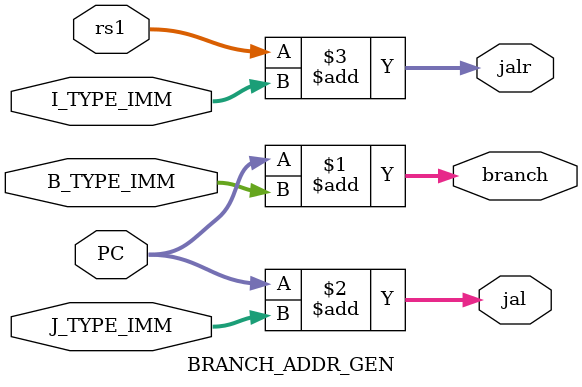
<source format=sv>
`timescale 1ns / 1ps

module BRANCH_ADDR_GEN(
    input [31:0] J_TYPE_IMM,
    input [31:0] B_TYPE_IMM,
    input [31:0] I_TYPE_IMM,
    input [31:0] rs1,
    input [31:0] PC,
    output [31:0] branch,
    output [31:0] jal,
    output [31:0] jalr
    );
    assign branch = PC + B_TYPE_IMM;
    assign jal = PC + J_TYPE_IMM;
    assign jalr = rs1 + I_TYPE_IMM;
    
endmodule

</source>
